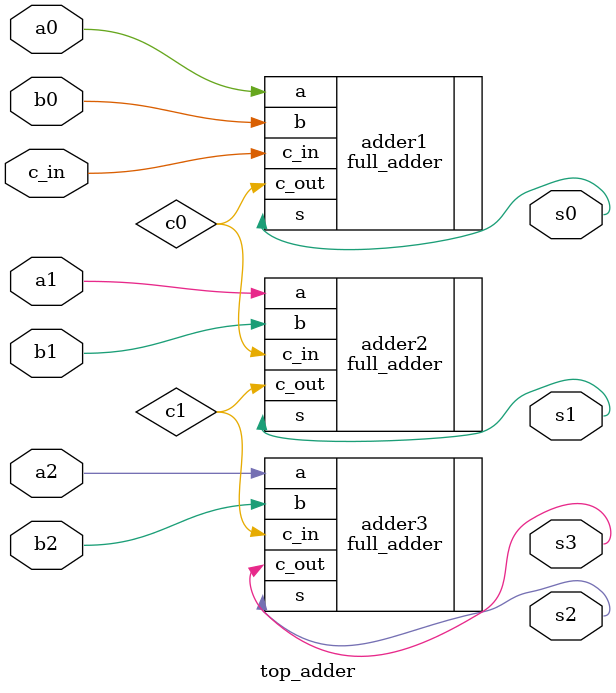
<source format=v>
`timescale 1ns / 1ps


module top_adder(
    input c_in,
    input a0,
    input a1,
    input a2,
    input b0,
    input b1,
    input b2,
    output s0,
    output s1,
    output s2,
    output s3
    );
    
    wire c0, c1; // c1 and c2 are carry outs for adder1 and adder2
    
    // Full adder takes in two inputs and a carry in and outputs a sum and a carry out
    full_adder adder1 (.c_in(c_in), .a(a0), .b(b0), .c_out(c0), .s(s0));
    full_adder adder2 (.c_in(c0), .a(a1), .b(b1), .c_out(c1), .s(s1));
    full_adder adder3 (.c_in(c1), .a(a2), .b(b2), .c_out(s3), .s(s2));
    

endmodule

</source>
